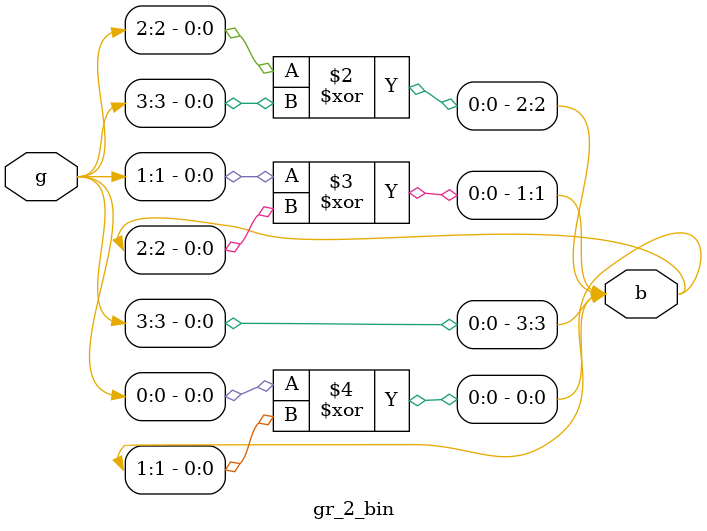
<source format=v>
module gr_2_bin(b,g);
  input [3:0] g;
  output reg [3:0] b;
  
  always@(*) begin
    b[3]=g[3];
    b[2]=g[2] ^ b[3];
    b[1]=g[1] ^ b[2];
    b[0]=g[0] ^ b[1];
    
  end
endmodule
  
  

</source>
